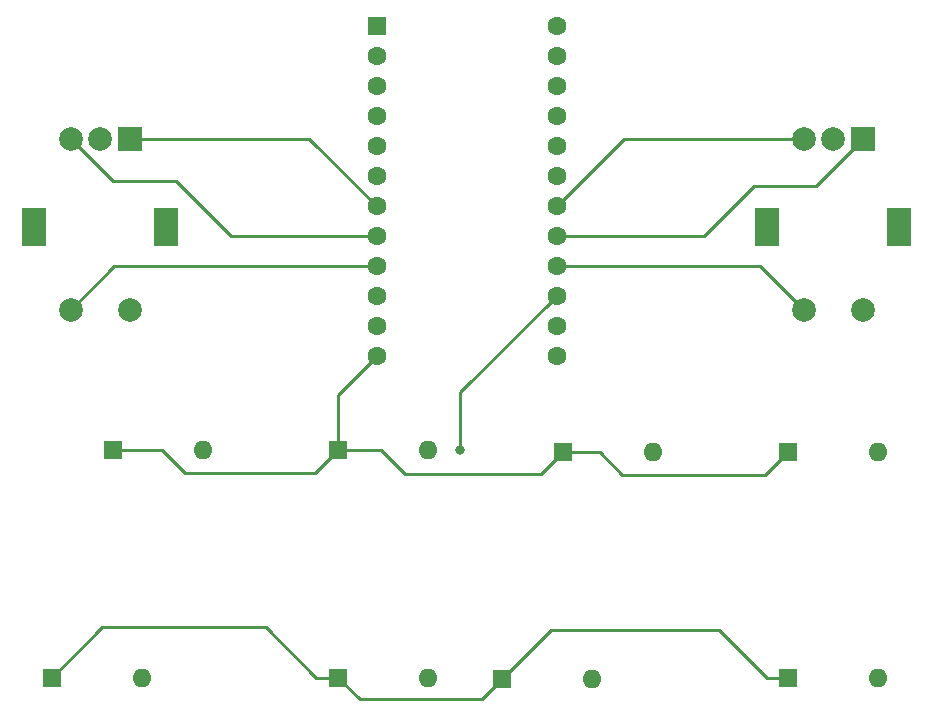
<source format=gtl>
%TF.GenerationSoftware,KiCad,Pcbnew,(6.0.8)*%
%TF.CreationDate,2023-10-01T17:03:22+02:00*%
%TF.ProjectId,macropad,6d616372-6f70-4616-942e-6b696361645f,rev?*%
%TF.SameCoordinates,Original*%
%TF.FileFunction,Copper,L1,Top*%
%TF.FilePolarity,Positive*%
%FSLAX46Y46*%
G04 Gerber Fmt 4.6, Leading zero omitted, Abs format (unit mm)*
G04 Created by KiCad (PCBNEW (6.0.8)) date 2023-10-01 17:03:22*
%MOMM*%
%LPD*%
G01*
G04 APERTURE LIST*
%TA.AperFunction,ComponentPad*%
%ADD10R,2.000000X2.000000*%
%TD*%
%TA.AperFunction,ComponentPad*%
%ADD11C,2.000000*%
%TD*%
%TA.AperFunction,ComponentPad*%
%ADD12R,2.000000X3.200000*%
%TD*%
%TA.AperFunction,ComponentPad*%
%ADD13R,1.600000X1.600000*%
%TD*%
%TA.AperFunction,ComponentPad*%
%ADD14C,1.600000*%
%TD*%
%TA.AperFunction,ComponentPad*%
%ADD15O,1.600000X1.600000*%
%TD*%
%TA.AperFunction,ViaPad*%
%ADD16C,0.800000*%
%TD*%
%TA.AperFunction,Conductor*%
%ADD17C,0.250000*%
%TD*%
G04 APERTURE END LIST*
D10*
%TO.P,SW10,A,A*%
%TO.N,ROT2_A*%
X177840000Y-66080000D03*
D11*
%TO.P,SW10,B,B*%
%TO.N,ROT2_B*%
X172840000Y-66080000D03*
%TO.P,SW10,C,C*%
%TO.N,GND*%
X175340000Y-66080000D03*
D12*
%TO.P,SW10,MP*%
%TO.N,N/C*%
X180940000Y-73580000D03*
X169740000Y-73580000D03*
D11*
%TO.P,SW10,S1,S1*%
%TO.N,ROT2_S*%
X172840000Y-80580000D03*
%TO.P,SW10,S2,S2*%
%TO.N,GND*%
X177840000Y-80580000D03*
%TD*%
D10*
%TO.P,SW1,A,A*%
%TO.N,ROT1_A*%
X115780000Y-66080000D03*
D11*
%TO.P,SW1,B,B*%
%TO.N,ROT1_B*%
X110780000Y-66080000D03*
%TO.P,SW1,C,C*%
%TO.N,GND*%
X113280000Y-66080000D03*
D12*
%TO.P,SW1,MP*%
%TO.N,N/C*%
X118880000Y-73580000D03*
X107680000Y-73580000D03*
D11*
%TO.P,SW1,S1,S1*%
%TO.N,ROT1_S*%
X110780000Y-80580000D03*
%TO.P,SW1,S2,S2*%
%TO.N,GND*%
X115780000Y-80580000D03*
%TD*%
D13*
%TO.P,U1,1,TX*%
%TO.N,unconnected-(U1-Pad1)*%
X136690000Y-56550000D03*
D14*
%TO.P,U1,2,RX*%
%TO.N,unconnected-(U1-Pad2)*%
X136690000Y-59090000D03*
%TO.P,U1,3,GND*%
%TO.N,GND*%
X136690000Y-61630000D03*
%TO.P,U1,4,GND*%
X136690000Y-64170000D03*
%TO.P,U1,5,SDA*%
%TO.N,unconnected-(U1-Pad5)*%
X136690000Y-66710000D03*
%TO.P,U1,6,SCL*%
%TO.N,unconnected-(U1-Pad6)*%
X136690000Y-69250000D03*
%TO.P,U1,7,D4*%
%TO.N,ROT1_A*%
X136690000Y-71790000D03*
%TO.P,U1,8,C6*%
%TO.N,ROT1_B*%
X136690000Y-74330000D03*
%TO.P,U1,9,D7*%
%TO.N,ROT1_S*%
X136690000Y-76870000D03*
%TO.P,U1,10,E6*%
%TO.N,COL1*%
X136690000Y-79410000D03*
%TO.P,U1,11,B4*%
%TO.N,COL2*%
X136690000Y-81950000D03*
%TO.P,U1,12,B5*%
%TO.N,ROW1*%
X136690000Y-84490000D03*
%TO.P,U1,13,B6*%
%TO.N,COL3*%
X151930000Y-84490000D03*
%TO.P,U1,14,B2*%
%TO.N,COL4*%
X151930000Y-81950000D03*
%TO.P,U1,15,B3*%
%TO.N,ROW2*%
X151930000Y-79410000D03*
%TO.P,U1,16,B1*%
%TO.N,ROT2_S*%
X151930000Y-76870000D03*
%TO.P,U1,17,F7*%
%TO.N,ROT2_A*%
X151930000Y-74330000D03*
%TO.P,U1,18,F6*%
%TO.N,ROT2_B*%
X151930000Y-71790000D03*
%TO.P,U1,19,F5*%
%TO.N,unconnected-(U1-Pad19)*%
X151930000Y-69250000D03*
%TO.P,U1,20,F4*%
%TO.N,unconnected-(U1-Pad20)*%
X151930000Y-66710000D03*
%TO.P,U1,21,VCC*%
%TO.N,Net-(U1-Pad21)*%
X151930000Y-64170000D03*
%TO.P,U1,22,RST*%
%TO.N,RST*%
X151930000Y-61630000D03*
%TO.P,U1,23,GND*%
%TO.N,GND*%
X151930000Y-59090000D03*
%TO.P,U1,24,RAW*%
%TO.N,unconnected-(U1-Pad24)*%
X151930000Y-56550000D03*
%TD*%
D13*
%TO.P,D8,1,K*%
%TO.N,ROW2*%
X171510000Y-111750000D03*
D15*
%TO.P,D8,2,A*%
%TO.N,Net-(D8-Pad2)*%
X179130000Y-111750000D03*
%TD*%
D13*
%TO.P,D2,1,K*%
%TO.N,ROW1*%
X133420000Y-92440000D03*
D15*
%TO.P,D2,2,A*%
%TO.N,Net-(D2-Pad2)*%
X141040000Y-92440000D03*
%TD*%
D13*
%TO.P,D5,1,K*%
%TO.N,ROW2*%
X109200000Y-111750000D03*
D15*
%TO.P,D5,2,A*%
%TO.N,Net-(D5-Pad2)*%
X116820000Y-111750000D03*
%TD*%
D13*
%TO.P,D4,1,K*%
%TO.N,ROW1*%
X171520000Y-92610000D03*
D15*
%TO.P,D4,2,A*%
%TO.N,Net-(D4-Pad2)*%
X179140000Y-92610000D03*
%TD*%
D13*
%TO.P,D3,1,K*%
%TO.N,ROW1*%
X152470000Y-92590000D03*
D15*
%TO.P,D3,2,A*%
%TO.N,Net-(D3-Pad2)*%
X160090000Y-92590000D03*
%TD*%
D13*
%TO.P,D7,1,K*%
%TO.N,ROW2*%
X147310000Y-111830000D03*
D15*
%TO.P,D7,2,A*%
%TO.N,Net-(D7-Pad2)*%
X154930000Y-111830000D03*
%TD*%
D13*
%TO.P,D6,1,K*%
%TO.N,ROW2*%
X133430000Y-111740000D03*
D15*
%TO.P,D6,2,A*%
%TO.N,Net-(D6-Pad2)*%
X141050000Y-111740000D03*
%TD*%
D13*
%TO.P,D1,1,K*%
%TO.N,ROW1*%
X114370000Y-92420000D03*
D15*
%TO.P,D1,2,A*%
%TO.N,Net-(D1-Pad2)*%
X121990000Y-92420000D03*
%TD*%
D16*
%TO.N,ROW2*%
X143770000Y-92490000D03*
%TD*%
D17*
%TO.N,ROW1*%
X169600000Y-94530000D02*
X157500000Y-94530000D01*
X131460000Y-94400000D02*
X120460000Y-94400000D01*
X133420000Y-87760000D02*
X136690000Y-84490000D01*
X120460000Y-94400000D02*
X118480000Y-92420000D01*
X139100000Y-94490000D02*
X137050000Y-92440000D01*
X171520000Y-92610000D02*
X169600000Y-94530000D01*
X155560000Y-92590000D02*
X152470000Y-92590000D01*
X133420000Y-92440000D02*
X131460000Y-94400000D01*
X152470000Y-92590000D02*
X150570000Y-94490000D01*
X137050000Y-92440000D02*
X133420000Y-92440000D01*
X157500000Y-94530000D02*
X155560000Y-92590000D01*
X150570000Y-94490000D02*
X139100000Y-94490000D01*
X133420000Y-92440000D02*
X133420000Y-87760000D01*
X118480000Y-92420000D02*
X114370000Y-92420000D01*
%TO.N,ROW2*%
X131550000Y-111740000D02*
X127290000Y-107480000D01*
X165690000Y-107670000D02*
X151470000Y-107670000D01*
X145570000Y-113570000D02*
X135260000Y-113570000D01*
X135260000Y-113570000D02*
X133430000Y-111740000D01*
X169770000Y-111750000D02*
X165690000Y-107670000D01*
X143770000Y-87570000D02*
X143770000Y-92490000D01*
X151930000Y-79410000D02*
X143770000Y-87570000D01*
X171510000Y-111750000D02*
X169770000Y-111750000D01*
X127290000Y-107480000D02*
X113470000Y-107480000D01*
X133430000Y-111740000D02*
X131550000Y-111740000D01*
X151470000Y-107670000D02*
X147310000Y-111830000D01*
X113470000Y-107480000D02*
X109200000Y-111750000D01*
X147310000Y-111830000D02*
X145570000Y-113570000D01*
%TO.N,ROT1_A*%
X130980000Y-66080000D02*
X136690000Y-71790000D01*
X115780000Y-66080000D02*
X130980000Y-66080000D01*
%TO.N,ROT1_B*%
X124360000Y-74330000D02*
X119670000Y-69640000D01*
X136690000Y-74330000D02*
X124360000Y-74330000D01*
X114340000Y-69640000D02*
X110780000Y-66080000D01*
X119670000Y-69640000D02*
X114340000Y-69640000D01*
%TO.N,ROT1_S*%
X136690000Y-76870000D02*
X114490000Y-76870000D01*
X114490000Y-76870000D02*
X110780000Y-80580000D01*
%TO.N,ROT2_A*%
X168670000Y-70060000D02*
X173860000Y-70060000D01*
X151930000Y-74330000D02*
X164400000Y-74330000D01*
X164400000Y-74330000D02*
X168670000Y-70060000D01*
X173860000Y-70060000D02*
X177840000Y-66080000D01*
%TO.N,ROT2_B*%
X172840000Y-66080000D02*
X157640000Y-66080000D01*
X157640000Y-66080000D02*
X151930000Y-71790000D01*
%TO.N,ROT2_S*%
X169130000Y-76870000D02*
X172840000Y-80580000D01*
X151930000Y-76870000D02*
X169130000Y-76870000D01*
%TD*%
M02*

</source>
